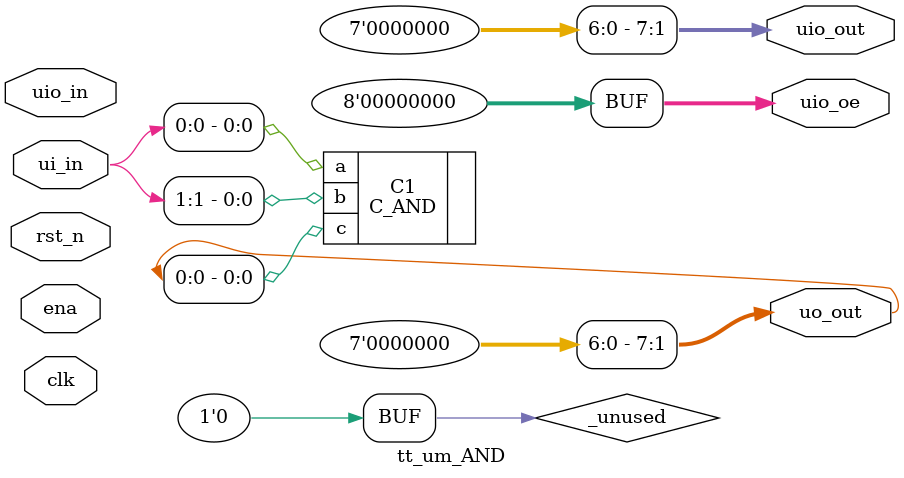
<source format=v>
/*
 * Copyright (c) 2024 Your Name
 * SPDX-License-Identifier: Apache-2.0
 */

`default_nettype none

module tt_um_AND (
    input  wire [7:0] ui_in,    // Dedicated inputs
    output wire [7:0] uo_out,   // Dedicated outputs
    input  wire [7:0] uio_in,   // IOs: Input path
    output wire [7:0] uio_out,  // IOs: Output path
    output wire [7:0] uio_oe,   // IOs: Enable path (active high: 0=input, 1=output)
    input  wire       ena,      // always 1 when the design is powered, so you can ignore it
    input  wire       clk,      // clock
    input  wire       rst_n     // reset_n - low to reset
);

  // All output pins must be assigned. If not used, assign to 0.
  // assign uo_out  = ui_in + uio_in;  // Example: ou_out is the sum of ui_in and uio_in
  C_AND C1 (.a(ui_in[0]), .b(ui_in[1]), .c(uo_out[0]));
    assign uio_out [7:1] = 7'b0000000;
    assign uio_oe [7:0] = 8'b00000000;
    //assign uio_out = {7'b0, 1'b0};
    assign uo_out [7:1] = 7'b0000000;
  //assign uio_in = 8'b0;
  // List all unused inputs to prevent warnings
    wire _unused = &{ena, clk, rst_n, ui_in [7:2], uio_in [7:0], 1'b0};
      //wire _unu = &{ui_in [7:2], 6'b0};
      //wire _unued = &{uio_in [7:0], 8'b0};


endmodule

</source>
